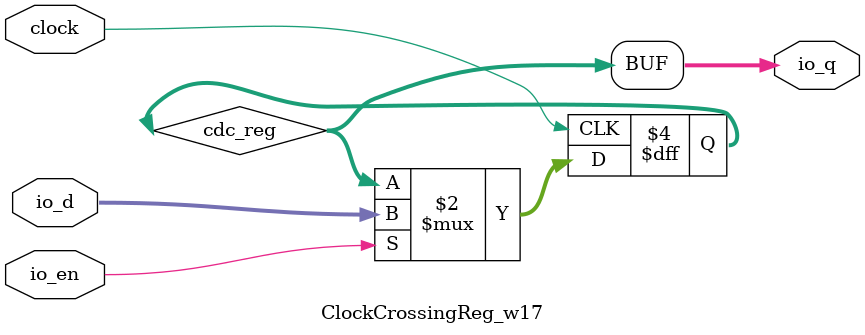
<source format=sv>
`ifndef RANDOMIZE
  `ifdef RANDOMIZE_REG_INIT
    `define RANDOMIZE
  `endif // RANDOMIZE_REG_INIT
`endif // not def RANDOMIZE
`ifndef RANDOMIZE
  `ifdef RANDOMIZE_MEM_INIT
    `define RANDOMIZE
  `endif // RANDOMIZE_MEM_INIT
`endif // not def RANDOMIZE

`ifndef RANDOM
  `define RANDOM $random
`endif // not def RANDOM

// Users can define 'PRINTF_COND' to add an extra gate to prints.
`ifndef PRINTF_COND_
  `ifdef PRINTF_COND
    `define PRINTF_COND_ (`PRINTF_COND)
  `else  // PRINTF_COND
    `define PRINTF_COND_ 1
  `endif // PRINTF_COND
`endif // not def PRINTF_COND_

// Users can define 'ASSERT_VERBOSE_COND' to add an extra gate to assert error printing.
`ifndef ASSERT_VERBOSE_COND_
  `ifdef ASSERT_VERBOSE_COND
    `define ASSERT_VERBOSE_COND_ (`ASSERT_VERBOSE_COND)
  `else  // ASSERT_VERBOSE_COND
    `define ASSERT_VERBOSE_COND_ 1
  `endif // ASSERT_VERBOSE_COND
`endif // not def ASSERT_VERBOSE_COND_

// Users can define 'STOP_COND' to add an extra gate to stop conditions.
`ifndef STOP_COND_
  `ifdef STOP_COND
    `define STOP_COND_ (`STOP_COND)
  `else  // STOP_COND
    `define STOP_COND_ 1
  `endif // STOP_COND
`endif // not def STOP_COND_

// Users can define INIT_RANDOM as general code that gets injected into the
// initializer block for modules with registers.
`ifndef INIT_RANDOM
  `define INIT_RANDOM
`endif // not def INIT_RANDOM

// If using random initialization, you can also define RANDOMIZE_DELAY to
// customize the delay used, otherwise 0.002 is used.
`ifndef RANDOMIZE_DELAY
  `define RANDOMIZE_DELAY 0.002
`endif // not def RANDOMIZE_DELAY

// Define INIT_RANDOM_PROLOG_ for use in our modules below.
`ifndef INIT_RANDOM_PROLOG_
  `ifdef RANDOMIZE
    `ifdef VERILATOR
      `define INIT_RANDOM_PROLOG_ `INIT_RANDOM
    `else  // VERILATOR
      `define INIT_RANDOM_PROLOG_ `INIT_RANDOM #`RANDOMIZE_DELAY begin end
    `endif // VERILATOR
  `else  // RANDOMIZE
    `define INIT_RANDOM_PROLOG_
  `endif // RANDOMIZE
`endif // not def INIT_RANDOM_PROLOG_

module ClockCrossingReg_w17(
  input         clock,
  input  [16:0] io_d,
  input         io_en,
  output [16:0] io_q
);

  reg [16:0] cdc_reg;	// @[Reg.scala:19:16]
  always @(posedge clock) begin
    if (io_en)
      cdc_reg <= io_d;	// @[Reg.scala:19:16]
  end // always @(posedge)
  `ifndef SYNTHESIS
    `ifdef FIRRTL_BEFORE_INITIAL
      `FIRRTL_BEFORE_INITIAL
    `endif // FIRRTL_BEFORE_INITIAL
    logic [31:0] _RANDOM_0;
    initial begin
      `ifdef INIT_RANDOM_PROLOG_
        `INIT_RANDOM_PROLOG_
      `endif // INIT_RANDOM_PROLOG_
      `ifdef RANDOMIZE_REG_INIT
        _RANDOM_0 = `RANDOM;
        cdc_reg = _RANDOM_0[16:0];	// @[Reg.scala:19:16]
      `endif // RANDOMIZE_REG_INIT
    end // initial
    `ifdef FIRRTL_AFTER_INITIAL
      `FIRRTL_AFTER_INITIAL
    `endif // FIRRTL_AFTER_INITIAL
  `endif // not def SYNTHESIS
  assign io_q = cdc_reg;	// @[Reg.scala:19:16]
endmodule


</source>
